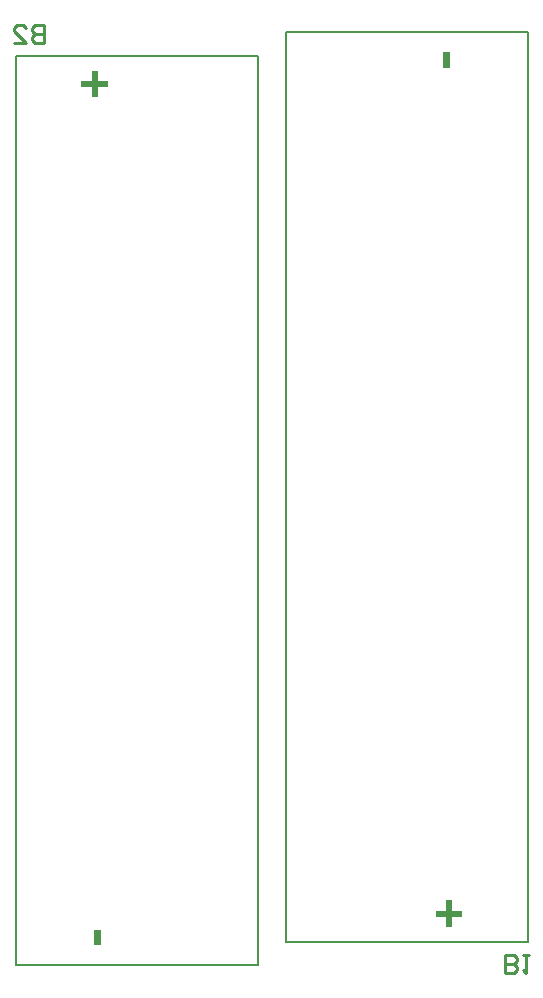
<source format=gbr>
%TF.GenerationSoftware,Altium Limited,Altium Designer,20.0.13 (296)*%
G04 Layer_Color=32896*
%FSLAX26Y26*%
%MOIN*%
%TF.FileFunction,Legend,Bot*%
%TF.Part,Single*%
G01*
G75*
%TA.AperFunction,NonConductor*%
%ADD27C,0.007874*%
%ADD28C,0.010000*%
G36*
X1499620Y216391D02*
X1534847D01*
Y196514D01*
X1499620D01*
Y161877D01*
X1479743D01*
Y196514D01*
X1445697D01*
Y216391D01*
X1479743D01*
Y251028D01*
X1499620D01*
Y216391D01*
D02*
G37*
G36*
X1493713Y3025254D02*
X1470294D01*
Y3077800D01*
X1493713D01*
Y3025254D01*
D02*
G37*
G36*
X320257Y2982466D02*
X354303D01*
Y2962590D01*
X320257D01*
Y2927953D01*
X300380D01*
Y2962590D01*
X265153D01*
Y2982466D01*
X300380D01*
Y3017103D01*
X320257D01*
Y2982466D01*
D02*
G37*
G36*
X329706Y101181D02*
X306287D01*
Y153727D01*
X329706D01*
Y101181D01*
D02*
G37*
D27*
X1753543Y113233D02*
Y3144729D01*
X946457Y113233D02*
X1753543D01*
X946457D02*
Y3144729D01*
X1753543D01*
X46457Y34252D02*
Y3065748D01*
X853543D01*
Y34252D02*
Y3065748D01*
X46457Y34252D02*
X853543D01*
D28*
X142000Y3168981D02*
Y3109000D01*
X112010D01*
X102013Y3118997D01*
Y3128994D01*
X112010Y3138990D01*
X142000D01*
X112010D01*
X102013Y3148987D01*
Y3158984D01*
X112010Y3168981D01*
X142000D01*
X42032Y3109000D02*
X82019D01*
X42032Y3148987D01*
Y3158984D01*
X52029Y3168981D01*
X72023D01*
X82019Y3158984D01*
X1678000Y10000D02*
Y69981D01*
X1707990D01*
X1717987Y59984D01*
Y49987D01*
X1707990Y39990D01*
X1678000D01*
X1707990D01*
X1717987Y29994D01*
Y19997D01*
X1707990Y10000D01*
X1678000D01*
X1737981Y69981D02*
X1757974D01*
X1747977D01*
Y10000D01*
X1737981Y19997D01*
%TF.MD5,86bc692102e045055f0c97b4f54dcea9*%
M02*

</source>
